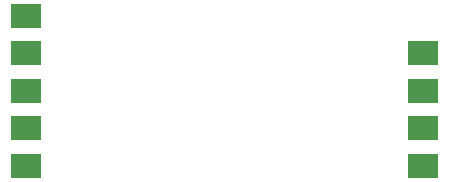
<source format=gbr>
%TF.GenerationSoftware,KiCad,Pcbnew,(5.1.9)-1*%
%TF.CreationDate,2021-01-23T19:14:43+00:00*%
%TF.ProjectId,RC-DC-Motor_Splitter,52432d44-432d-44d6-9f74-6f725f53706c,rev?*%
%TF.SameCoordinates,Original*%
%TF.FileFunction,Soldermask,Bot*%
%TF.FilePolarity,Negative*%
%FSLAX46Y46*%
G04 Gerber Fmt 4.6, Leading zero omitted, Abs format (unit mm)*
G04 Created by KiCad (PCBNEW (5.1.9)-1) date 2021-01-23 19:14:43*
%MOMM*%
%LPD*%
G01*
G04 APERTURE LIST*
%ADD10R,2.540000X2.000000*%
G04 APERTURE END LIST*
D10*
%TO.C,J6*%
X94615000Y-80010000D03*
%TD*%
%TO.C,J10*%
X94615000Y-86360000D03*
X94615000Y-83185000D03*
%TD*%
%TO.C,J7*%
X128270000Y-86360000D03*
X128270000Y-83185000D03*
%TD*%
%TO.C,J2*%
X128270000Y-92710000D03*
X128270000Y-89535000D03*
%TD*%
%TO.C,J8*%
X94615000Y-89535000D03*
X94615000Y-92710000D03*
%TD*%
M02*

</source>
